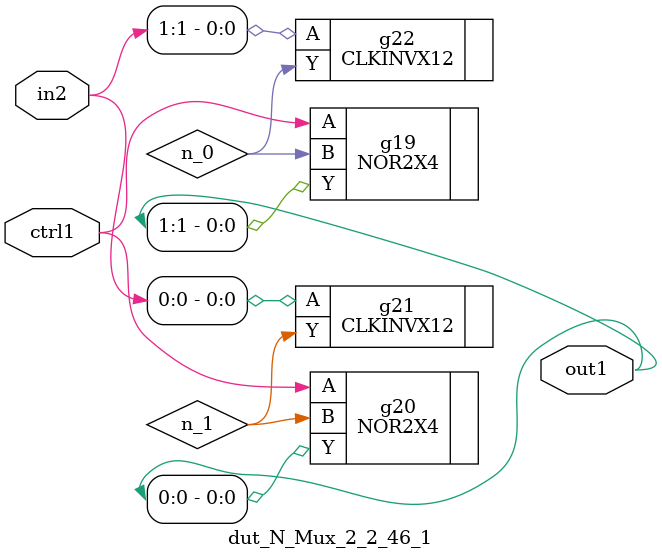
<source format=v>
`timescale 1ps / 1ps


module dut_N_Mux_2_2_46_1(in2, ctrl1, out1);
  input [1:0] in2;
  input ctrl1;
  output [1:0] out1;
  wire [1:0] in2;
  wire ctrl1;
  wire [1:0] out1;
  wire n_0, n_1;
  NOR2X4 g19(.A (ctrl1), .B (n_0), .Y (out1[1]));
  NOR2X4 g20(.A (ctrl1), .B (n_1), .Y (out1[0]));
  CLKINVX12 g21(.A (in2[0]), .Y (n_1));
  CLKINVX12 g22(.A (in2[1]), .Y (n_0));
endmodule



</source>
